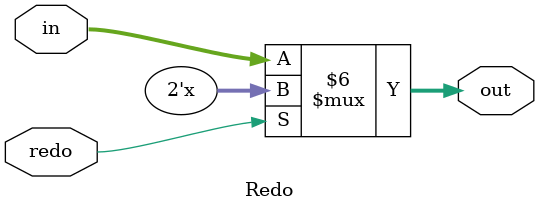
<source format=v>
module Redo(
    redo,
    in,
    out
    );

parameter size = 0;

input             redo;
input  [size-1:0] in;
output [size-1:0] out;

reg    [size-1:0] out;
reg    [size-1:0] last;

always @(*) begin
    if(redo) begin
        out  <= last;
    end
    else begin
        out  <= in;
        last <= in;
    end
end

endmodule   

</source>
